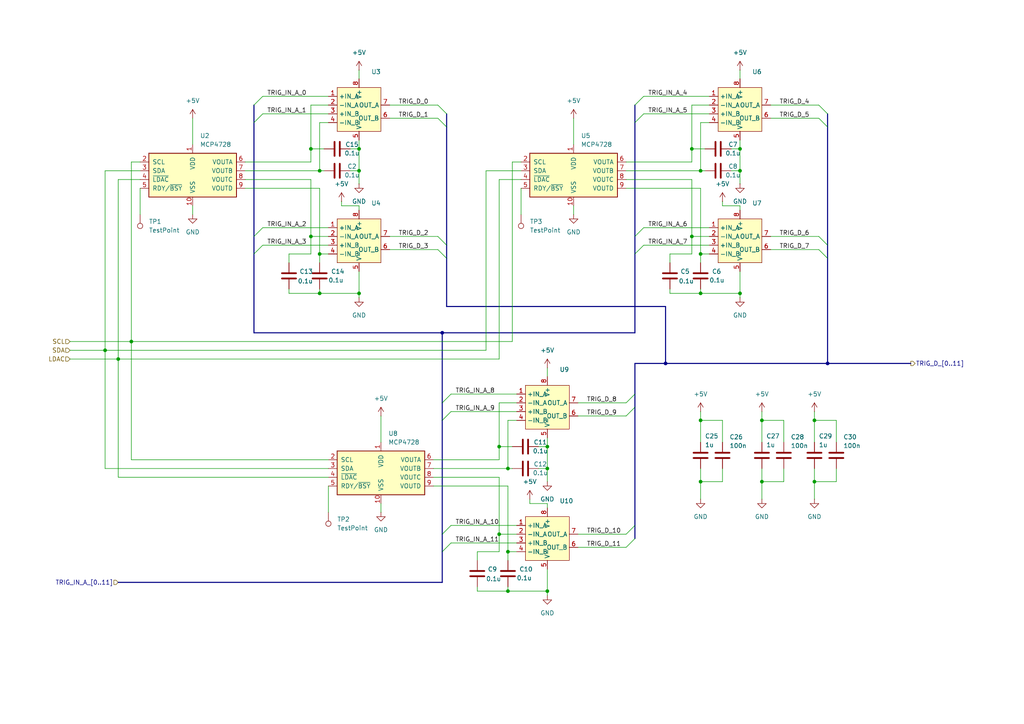
<source format=kicad_sch>
(kicad_sch (version 20250114) (generator "eeschema") (generator_version "9.0")
  (paper "A4")
  (lib_symbols
    (symbol "Analog_DAC:MCP4728" (pin_names (offset 1.016))
      (property "Reference" "U" (at -12.7 6.35 0))
      (property "Value" "MCP4728" (at 12.7 6.35 0))
      (symbol "MCP4728_0_1"
        (rectangle (start -12.7 5.08) (end 12.7 -7.62) (stroke (width 0.254)) (fill (type background)))
      )
      (symbol "MCP4728_1_1"
        (pin input line (at -15.24 2.54 0) (length 2.54) (name "SCL") (number "2"))
        (pin bidirectional line (at -15.24 0 0) (length 2.54) (name "SDA") (number "3"))
        (pin input line (at -15.24 -2.54 0) (length 2.54) (name "~{LDAC}") (number "4"))
        (pin output line (at -15.24 -5.08 0) (length 2.54) (name "RDY/~{BSY}") (number "5"))
        (pin power_in line (at 0 7.62 270) (length 2.54) (name "VDD") (number "1"))
        (pin power_in line (at 0 -10.16 90) (length 2.54) (name "VSS") (number "10"))
        (pin output line (at 15.24 2.54 180) (length 2.54) (name "VOUTA") (number "6"))
        (pin output line (at 15.24 0 180) (length 2.54) (name "VOUTB") (number "7"))
        (pin output line (at 15.24 -2.54 180) (length 2.54) (name "VOUTC") (number "8"))
        (pin output line (at 15.24 -5.08 180) (length 2.54) (name "VOUTD") (number "9"))
      )
    )
    (symbol "Connector:TestPoint" (pin_numbers (hide yes)) (pin_names (offset 0.762) (hide yes))
      (property "Reference" "TP" (at 0 6.858 0))
      (property "Value" "TestPoint" (at 0 5.08 0))
      (symbol "TestPoint_0_1"
        (circle (center 0 3.302) (radius 0.762))
      )
      (symbol "TestPoint_1_1"
        (pin passive line (at 0 0 90) (length 2.54) (name "1") (number "1"))
      )
    )
    (symbol "Device:C" (pin_numbers (hide yes)) (pin_names (offset 0.254))
      (property "Reference" "C" (at 0.635 2.54 0))
      (property "Value" "C" (at 0.635 -2.54 0))
      (symbol "C_0_1"
        (polyline (pts (xy -2.032 0.762) (xy 2.032 0.762)) (stroke (width 0.508)))
        (polyline (pts (xy -2.032 -0.762) (xy 2.032 -0.762)) (stroke (width 0.508)))
      )
      (symbol "C_1_1"
        (pin passive line (at 0 3.81 270) (length 2.794) (name "~") (number "1"))
        (pin passive line (at 0 -3.81 90) (length 2.794) (name "~") (number "2"))
      )
    )
    (symbol "TLV3502AIDR_1"
      (property "Reference" "U" (at 6.858 -8.382 0))
      (property "Value" "TLV3502AIDR" (at 8.89 -10.668 0))
      (symbol "TLV3502AIDR_1_1_1"
        (rectangle (start -6.35 6.35) (end 6.35 -6.35) (fill (type background)))
        (pin input line (at -8.89 3.81 0) (length 2.54) (name "+IN_A") (number "1"))
        (pin input line (at -8.89 1.27 0) (length 2.54) (name "-IN_A") (number "2"))
        (pin input line (at -8.89 -1.27 0) (length 2.54) (name "+IN_B") (number "3"))
        (pin input line (at -8.89 -3.81 0) (length 2.54) (name "-IN_B") (number "4"))
        (pin power_in line (at 0 8.89 270) (length 2.54) (name "V+") (number "8"))
        (pin power_in line (at 0 -8.89 90) (length 2.54) (name "V-") (number "5"))
        (pin output line (at 8.89 1.27 180) (length 2.54) (name "OUT_A") (number "7"))
        (pin output line (at 8.89 -2.54 180) (length 2.54) (name "OUT_B") (number "6"))
      )
    )
    (symbol "power:+5V" (power) (pin_numbers (hide yes)) (pin_names (offset 0) (hide yes))
      (property "Value" "+5V" (at 0 3.556 0))
      (symbol "+5V_0_1"
        (polyline (pts (xy -0.762 1.27) (xy 0 2.54)))
        (polyline (pts (xy 0 2.54) (xy 0.762 1.27)))
        (polyline (pts (xy 0 0) (xy 0 2.54)))
      )
      (symbol "+5V_1_1"
        (pin power_in line (at 0 0 90) (length 0) (name "~") (number "1"))
      )
    )
    (symbol "power:GND" (power) (pin_numbers (hide yes)) (pin_names (offset 0) (hide yes))
      (property "Value" "GND" (at 0 -3.81 0))
      (symbol "GND_0_1"
        (polyline (pts (xy 0 0) (xy 0 -1.27) (xy 1.27 -1.27) (xy 0 -2.54) (xy -1.27 -1.27) (xy 0 -1.27)))
      )
      (symbol "GND_1_1"
        (pin power_in line (at 0 0 270) (length 0) (name "~") (number "1"))
      )
    )
  )
  (junction (at 158.75 171.45))
  (junction (at 104.14 49.53))
  (junction (at 203.2 85.09))
  (junction (at 214.63 49.53))
  (junction (at 30.48 101.6))
  (junction (at 193.04 105.41))
  (junction (at 92.71 73.66))
  (junction (at 203.2 49.53))
  (junction (at 104.14 43.18))
  (junction (at 200.66 43.18))
  (junction (at 90.17 68.58))
  (junction (at 147.32 135.89))
  (junction (at 203.2 121.92))
  (junction (at 236.22 139.7))
  (junction (at 214.63 85.09))
  (junction (at 92.71 49.53))
  (junction (at 220.98 121.92))
  (junction (at 92.71 85.09))
  (junction (at 144.78 154.94))
  (junction (at 38.1 99.06))
  (junction (at 200.66 68.58))
  (junction (at 236.22 121.92))
  (junction (at 240.03 105.41))
  (junction (at 147.32 160.02))
  (junction (at 203.2 139.7))
  (junction (at 128.27 96.52))
  (junction (at 90.17 43.18))
  (junction (at 144.78 129.54))
  (junction (at 158.75 135.89))
  (junction (at 104.14 85.09))
  (junction (at 147.32 171.45))
  (junction (at 214.63 43.18))
  (junction (at 203.2 73.66))
  (junction (at 220.98 139.7))
  (junction (at 34.29 104.14))
  (junction (at 158.75 129.54))
  (bus_entry (at 128.27 116.84) (size 2.54 -2.54))
  (bus_entry (at 73.66 68.58) (size 2.54 -2.54))
  (bus_entry (at 73.66 30.48) (size 2.54 -2.54))
  (bus_entry (at 128.27 154.94) (size 2.54 -2.54))
  (bus_entry (at 181.61 154.94) (size 2.54 -2.54))
  (bus_entry (at 73.66 73.66) (size 2.54 -2.54))
  (bus_entry (at 237.49 34.29) (size 2.54 2.54))
  (bus_entry (at 237.49 30.48) (size 2.54 2.54))
  (bus_entry (at 181.61 158.75) (size 2.54 -2.54))
  (bus_entry (at 237.49 72.39) (size 2.54 2.54))
  (bus_entry (at 127 72.39) (size 2.54 2.54))
  (bus_entry (at 128.27 160.02) (size 2.54 -2.54))
  (bus_entry (at 184.15 35.56) (size 2.54 -2.54))
  (bus_entry (at 127 34.29) (size 2.54 2.54))
  (bus_entry (at 127 68.58) (size 2.54 2.54))
  (bus_entry (at 128.27 121.92) (size 2.54 -2.54))
  (bus_entry (at 73.66 35.56) (size 2.54 -2.54))
  (bus_entry (at 127 30.48) (size 2.54 2.54))
  (bus_entry (at 184.15 73.66) (size 2.54 -2.54))
  (bus_entry (at 237.49 68.58) (size 2.54 2.54))
  (bus_entry (at 181.61 116.84) (size 2.54 -2.54))
  (bus_entry (at 181.61 120.65) (size 2.54 -2.54))
  (bus_entry (at 184.15 30.48) (size 2.54 -2.54))
  (bus_entry (at 184.15 68.58) (size 2.54 -2.54))
  (wire (pts (xy 83.82 85.09) (xy 92.71 85.09)))
  (wire (pts (xy 167.64 120.65) (xy 181.61 120.65)))
  (wire (pts (xy 34.29 104.14) (xy 34.29 138.43)))
  (wire (pts (xy 20.32 101.6) (xy 30.48 101.6)))
  (wire (pts (xy 167.64 158.75) (xy 181.61 158.75)))
  (wire (pts (xy 99.06 59.69) (xy 104.14 59.69)))
  (wire (pts (xy 203.2 121.92) (xy 203.2 128.27)))
  (wire (pts (xy 214.63 20.32) (xy 214.63 22.86)))
  (wire (pts (xy 92.71 35.56) (xy 92.71 49.53)))
  (wire (pts (xy 95.25 140.97) (xy 95.25 148.59)))
  (wire (pts (xy 76.2 66.04) (xy 95.25 66.04)))
  (wire (pts (xy 95.25 73.66) (xy 92.71 73.66)))
  (wire (pts (xy 104.14 20.32) (xy 104.14 22.86)))
  (wire (pts (xy 110.49 146.05) (xy 110.49 148.59)))
  (wire (pts (xy 125.73 133.35) (xy 144.78 133.35)))
  (wire (pts (xy 90.17 52.07) (xy 71.12 52.07)))
  (bus (pts (xy 73.66 96.52) (xy 128.27 96.52)))
  (wire (pts (xy 144.78 129.54) (xy 148.59 129.54)))
  (wire (pts (xy 209.55 135.89) (xy 209.55 139.7)))
  (wire (pts (xy 110.49 120.65) (xy 110.49 128.27)))
  (wire (pts (xy 236.22 121.92) (xy 242.57 121.92)))
  (bus (pts (xy 128.27 96.52) (xy 184.15 96.52)))
  (wire (pts (xy 158.75 171.45) (xy 158.75 165.1)))
  (wire (pts (xy 203.2 121.92) (xy 209.55 121.92)))
  (bus (pts (xy 184.15 118.11) (xy 184.15 152.4)))
  (wire (pts (xy 104.14 59.69) (xy 104.14 60.96)))
  (bus (pts (xy 129.54 88.9) (xy 193.04 88.9)))
  (wire (pts (xy 20.32 99.06) (xy 38.1 99.06)))
  (wire (pts (xy 220.98 121.92) (xy 227.33 121.92)))
  (bus (pts (xy 184.15 152.4) (xy 184.15 156.21)))
  (wire (pts (xy 167.64 154.94) (xy 181.61 154.94)))
  (wire (pts (xy 104.14 53.34) (xy 104.14 49.53)))
  (wire (pts (xy 95.25 30.48) (xy 90.17 30.48)))
  (wire (pts (xy 223.52 34.29) (xy 237.49 34.29)))
  (bus (pts (xy 128.27 160.02) (xy 128.27 168.91)))
  (wire (pts (xy 242.57 135.89) (xy 242.57 139.7)))
  (bus (pts (xy 184.15 35.56) (xy 184.15 68.58)))
  (wire (pts (xy 83.82 83.82) (xy 83.82 85.09)))
  (wire (pts (xy 104.14 85.09) (xy 104.14 86.36)))
  (wire (pts (xy 209.55 58.42) (xy 209.55 59.69)))
  (wire (pts (xy 130.81 114.3) (xy 149.86 114.3)))
  (wire (pts (xy 92.71 54.61) (xy 71.12 54.61)))
  (wire (pts (xy 104.14 43.18) (xy 104.14 49.53)))
  (wire (pts (xy 194.31 73.66) (xy 194.31 76.2)))
  (wire (pts (xy 236.22 135.89) (xy 236.22 139.7)))
  (bus (pts (xy 193.04 105.41) (xy 240.03 105.41)))
  (wire (pts (xy 113.03 34.29) (xy 127 34.29)))
  (wire (pts (xy 147.32 135.89) (xy 148.59 135.89)))
  (wire (pts (xy 153.67 146.05) (xy 158.75 146.05)))
  (wire (pts (xy 90.17 73.66) (xy 83.82 73.66)))
  (wire (pts (xy 151.13 52.07) (xy 144.78 52.07)))
  (wire (pts (xy 38.1 133.35) (xy 95.25 133.35)))
  (wire (pts (xy 205.74 68.58) (xy 200.66 68.58)))
  (bus (pts (xy 73.66 68.58) (xy 73.66 73.66)))
  (wire (pts (xy 71.12 46.99) (xy 90.17 46.99)))
  (wire (pts (xy 200.66 52.07) (xy 181.61 52.07)))
  (wire (pts (xy 214.63 43.18) (xy 214.63 49.53)))
  (wire (pts (xy 220.98 119.38) (xy 220.98 121.92)))
  (wire (pts (xy 113.03 68.58) (xy 127 68.58)))
  (wire (pts (xy 223.52 68.58) (xy 237.49 68.58)))
  (bus (pts (xy 193.04 88.9) (xy 193.04 105.41)))
  (wire (pts (xy 138.43 171.45) (xy 147.32 171.45)))
  (bus (pts (xy 128.27 121.92) (xy 128.27 154.94)))
  (wire (pts (xy 236.22 121.92) (xy 236.22 128.27)))
  (wire (pts (xy 147.32 170.18) (xy 147.32 171.45)))
  (wire (pts (xy 200.66 43.18) (xy 204.47 43.18)))
  (wire (pts (xy 200.66 43.18) (xy 200.66 46.99)))
  (wire (pts (xy 227.33 139.7) (xy 220.98 139.7)))
  (wire (pts (xy 55.88 59.69) (xy 55.88 62.23)))
  (wire (pts (xy 205.74 30.48) (xy 200.66 30.48)))
  (wire (pts (xy 147.32 171.45) (xy 158.75 171.45)))
  (wire (pts (xy 95.25 35.56) (xy 92.71 35.56)))
  (wire (pts (xy 203.2 54.61) (xy 181.61 54.61)))
  (bus (pts (xy 128.27 116.84) (xy 128.27 96.52)))
  (wire (pts (xy 223.52 72.39) (xy 237.49 72.39)))
  (wire (pts (xy 144.78 154.94) (xy 144.78 160.02)))
  (wire (pts (xy 151.13 46.99) (xy 148.59 46.99)))
  (wire (pts (xy 76.2 71.12) (xy 95.25 71.12)))
  (wire (pts (xy 38.1 46.99) (xy 38.1 99.06)))
  (wire (pts (xy 242.57 121.92) (xy 242.57 128.27)))
  (wire (pts (xy 92.71 49.53) (xy 93.98 49.53)))
  (wire (pts (xy 156.21 135.89) (xy 158.75 135.89)))
  (bus (pts (xy 240.03 71.12) (xy 240.03 74.93)))
  (wire (pts (xy 113.03 30.48) (xy 127 30.48)))
  (wire (pts (xy 200.66 68.58) (xy 200.66 73.66)))
  (wire (pts (xy 214.63 85.09) (xy 214.63 86.36)))
  (wire (pts (xy 149.86 116.84) (xy 144.78 116.84)))
  (wire (pts (xy 227.33 121.92) (xy 227.33 128.27)))
  (wire (pts (xy 40.64 54.61) (xy 40.64 62.23)))
  (bus (pts (xy 128.27 116.84) (xy 128.27 121.92)))
  (wire (pts (xy 90.17 30.48) (xy 90.17 43.18)))
  (bus (pts (xy 128.27 154.94) (xy 128.27 160.02)))
  (wire (pts (xy 40.64 52.07) (xy 34.29 52.07)))
  (wire (pts (xy 130.81 152.4) (xy 149.86 152.4)))
  (wire (pts (xy 205.74 73.66) (xy 203.2 73.66)))
  (wire (pts (xy 156.21 129.54) (xy 158.75 129.54)))
  (bus (pts (xy 240.03 33.02) (xy 240.03 36.83)))
  (wire (pts (xy 158.75 171.45) (xy 158.75 172.72)))
  (wire (pts (xy 30.48 135.89) (xy 95.25 135.89)))
  (wire (pts (xy 186.69 27.94) (xy 205.74 27.94)))
  (wire (pts (xy 90.17 68.58) (xy 90.17 52.07)))
  (wire (pts (xy 200.66 68.58) (xy 200.66 52.07)))
  (wire (pts (xy 92.71 83.82) (xy 92.71 85.09)))
  (wire (pts (xy 130.81 119.38) (xy 149.86 119.38)))
  (wire (pts (xy 148.59 46.99) (xy 148.59 99.06)))
  (wire (pts (xy 214.63 85.09) (xy 214.63 78.74)))
  (wire (pts (xy 101.6 43.18) (xy 104.14 43.18)))
  (wire (pts (xy 158.75 127) (xy 158.75 129.54)))
  (wire (pts (xy 113.03 72.39) (xy 127 72.39)))
  (wire (pts (xy 186.69 71.12) (xy 205.74 71.12)))
  (wire (pts (xy 200.66 30.48) (xy 200.66 43.18)))
  (bus (pts (xy 129.54 71.12) (xy 129.54 74.93)))
  (wire (pts (xy 144.78 154.94) (xy 144.78 138.43)))
  (wire (pts (xy 99.06 58.42) (xy 99.06 59.69)))
  (wire (pts (xy 83.82 73.66) (xy 83.82 76.2)))
  (wire (pts (xy 212.09 43.18) (xy 214.63 43.18)))
  (bus (pts (xy 34.29 168.91) (xy 128.27 168.91)))
  (wire (pts (xy 147.32 160.02) (xy 147.32 140.97)))
  (wire (pts (xy 220.98 139.7) (xy 220.98 144.78)))
  (wire (pts (xy 34.29 104.14) (xy 144.78 104.14)))
  (wire (pts (xy 92.71 73.66) (xy 92.71 76.2)))
  (wire (pts (xy 144.78 52.07) (xy 144.78 104.14)))
  (wire (pts (xy 130.81 157.48) (xy 149.86 157.48)))
  (wire (pts (xy 144.78 129.54) (xy 144.78 133.35)))
  (wire (pts (xy 151.13 49.53) (xy 140.97 49.53)))
  (wire (pts (xy 40.64 49.53) (xy 30.48 49.53)))
  (wire (pts (xy 92.71 49.53) (xy 71.12 49.53)))
  (wire (pts (xy 205.74 35.56) (xy 203.2 35.56)))
  (bus (pts (xy 184.15 114.3) (xy 184.15 105.41)))
  (wire (pts (xy 147.32 135.89) (xy 125.73 135.89)))
  (wire (pts (xy 203.2 119.38) (xy 203.2 121.92)))
  (wire (pts (xy 158.75 139.7) (xy 158.75 135.89)))
  (wire (pts (xy 214.63 59.69) (xy 214.63 60.96)))
  (wire (pts (xy 38.1 99.06) (xy 148.59 99.06)))
  (wire (pts (xy 200.66 73.66) (xy 194.31 73.66)))
  (wire (pts (xy 220.98 121.92) (xy 220.98 128.27)))
  (wire (pts (xy 209.55 121.92) (xy 209.55 128.27)))
  (wire (pts (xy 203.2 73.66) (xy 203.2 54.61)))
  (wire (pts (xy 76.2 27.94) (xy 95.25 27.94)))
  (wire (pts (xy 203.2 83.82) (xy 203.2 85.09)))
  (wire (pts (xy 194.31 83.82) (xy 194.31 85.09)))
  (wire (pts (xy 227.33 135.89) (xy 227.33 139.7)))
  (wire (pts (xy 20.32 104.14) (xy 34.29 104.14)))
  (wire (pts (xy 223.52 30.48) (xy 237.49 30.48)))
  (wire (pts (xy 149.86 154.94) (xy 144.78 154.94)))
  (wire (pts (xy 203.2 139.7) (xy 203.2 144.78)))
  (wire (pts (xy 158.75 106.68) (xy 158.75 109.22)))
  (wire (pts (xy 147.32 121.92) (xy 147.32 135.89)))
  (wire (pts (xy 236.22 119.38) (xy 236.22 121.92)))
  (wire (pts (xy 166.37 59.69) (xy 166.37 62.23)))
  (wire (pts (xy 34.29 52.07) (xy 34.29 104.14)))
  (wire (pts (xy 40.64 46.99) (xy 38.1 46.99)))
  (bus (pts (xy 240.03 105.41) (xy 264.16 105.41)))
  (wire (pts (xy 203.2 135.89) (xy 203.2 139.7)))
  (wire (pts (xy 90.17 68.58) (xy 90.17 73.66)))
  (wire (pts (xy 242.57 139.7) (xy 236.22 139.7)))
  (wire (pts (xy 203.2 49.53) (xy 204.47 49.53)))
  (wire (pts (xy 90.17 43.18) (xy 90.17 46.99)))
  (wire (pts (xy 144.78 116.84) (xy 144.78 129.54)))
  (wire (pts (xy 92.71 85.09) (xy 104.14 85.09)))
  (wire (pts (xy 203.2 85.09) (xy 214.63 85.09)))
  (wire (pts (xy 147.32 140.97) (xy 125.73 140.97)))
  (wire (pts (xy 236.22 139.7) (xy 236.22 144.78)))
  (wire (pts (xy 209.55 59.69) (xy 214.63 59.69)))
  (wire (pts (xy 30.48 49.53) (xy 30.48 101.6)))
  (wire (pts (xy 92.71 73.66) (xy 92.71 54.61)))
  (wire (pts (xy 203.2 49.53) (xy 181.61 49.53)))
  (wire (pts (xy 55.88 34.29) (xy 55.88 41.91)))
  (wire (pts (xy 144.78 160.02) (xy 138.43 160.02)))
  (wire (pts (xy 149.86 121.92) (xy 147.32 121.92)))
  (wire (pts (xy 167.64 116.84) (xy 181.61 116.84)))
  (wire (pts (xy 151.13 54.61) (xy 151.13 62.23)))
  (bus (pts (xy 73.66 96.52) (xy 73.66 73.66)))
  (bus (pts (xy 129.54 74.93) (xy 129.54 88.9)))
  (bus (pts (xy 184.15 118.11) (xy 184.15 114.3)))
  (wire (pts (xy 95.25 68.58) (xy 90.17 68.58)))
  (wire (pts (xy 158.75 146.05) (xy 158.75 147.32)))
  (wire (pts (xy 212.09 49.53) (xy 214.63 49.53)))
  (wire (pts (xy 186.69 66.04) (xy 205.74 66.04)))
  (wire (pts (xy 138.43 160.02) (xy 138.43 162.56)))
  (wire (pts (xy 104.14 40.64) (xy 104.14 43.18)))
  (wire (pts (xy 214.63 53.34) (xy 214.63 49.53)))
  (wire (pts (xy 144.78 138.43) (xy 125.73 138.43)))
  (wire (pts (xy 147.32 160.02) (xy 147.32 162.56)))
  (wire (pts (xy 158.75 129.54) (xy 158.75 135.89)))
  (wire (pts (xy 30.48 101.6) (xy 30.48 135.89)))
  (wire (pts (xy 104.14 85.09) (xy 104.14 78.74)))
  (wire (pts (xy 34.29 138.43) (xy 95.25 138.43)))
  (wire (pts (xy 214.63 40.64) (xy 214.63 43.18)))
  (wire (pts (xy 30.48 101.6) (xy 140.97 101.6)))
  (wire (pts (xy 140.97 49.53) (xy 140.97 101.6)))
  (wire (pts (xy 153.67 144.78) (xy 153.67 146.05)))
  (wire (pts (xy 220.98 135.89) (xy 220.98 139.7)))
  (wire (pts (xy 203.2 35.56) (xy 203.2 49.53)))
  (bus (pts (xy 73.66 35.56) (xy 73.66 68.58)))
  (wire (pts (xy 76.2 33.02) (xy 95.25 33.02)))
  (wire (pts (xy 181.61 46.99) (xy 200.66 46.99)))
  (wire (pts (xy 138.43 170.18) (xy 138.43 171.45)))
  (bus (pts (xy 184.15 68.58) (xy 184.15 73.66)))
  (wire (pts (xy 194.31 85.09) (xy 203.2 85.09)))
  (bus (pts (xy 240.03 36.83) (xy 240.03 71.12)))
  (bus (pts (xy 129.54 36.83) (xy 129.54 71.12)))
  (wire (pts (xy 101.6 49.53) (xy 104.14 49.53)))
  (bus (pts (xy 184.15 96.52) (xy 184.15 73.66)))
  (wire (pts (xy 90.17 43.18) (xy 93.98 43.18)))
  (wire (pts (xy 209.55 139.7) (xy 203.2 139.7)))
  (bus (pts (xy 129.54 33.02) (xy 129.54 36.83)))
  (wire (pts (xy 149.86 160.02) (xy 147.32 160.02)))
  (bus (pts (xy 73.66 30.48) (xy 73.66 35.56)))
  (wire (pts (xy 203.2 73.66) (xy 203.2 76.2)))
  (bus (pts (xy 184.15 105.41) (xy 193.04 105.41)))
  (wire (pts (xy 38.1 99.06) (xy 38.1 133.35)))
  (bus (pts (xy 184.15 30.48) (xy 184.15 35.56)))
  (wire (pts (xy 186.69 33.02) (xy 205.74 33.02)))
  (bus (pts (xy 240.03 74.93) (xy 240.03 105.41)))
  (wire (pts (xy 166.37 34.29) (xy 166.37 41.91)))
  (label "TRIG_D_5" (at 226.06 34.29 0))
  (label "TRIG_D_1" (at 115.57 34.29 0))
  (label "TRIG_IN_A_8" (at 132.08 114.3 0))
  (label "TRIG_D_3" (at 115.57 72.39 0))
  (label "TRIG_D_6" (at 226.06 68.58 0))
  (label "TRIG_IN_A_9" (at 132.08 119.38 0))
  (label "TRIG_D_7" (at 226.06 72.39 0))
  (label "TRIG_D_8" (at 170.18 116.84 0))
  (label "TRIG_IN_A_5" (at 187.96 33.02 0))
  (label "TRIG_IN_A_4" (at 187.96 27.94 0))
  (label "TRIG_IN_A_3" (at 77.47 71.12 0))
  (label "TRIG_IN_A_10" (at 132.08 152.4 0))
  (label "TRIG_IN_A_11" (at 132.08 157.48 0))
  (label "TRIG_IN_A_2" (at 77.47 66.04 0))
  (label "TRIG_IN_A_6" (at 187.96 66.04 0))
  (label "TRIG_D_2" (at 115.57 68.58 0))
  (label "TRIG_D_10" (at 170.18 154.94 0))
  (label "TRIG_D_0" (at 115.57 30.48 0))
  (label "TRIG_D_9" (at 170.18 120.65 0))
  (label "TRIG_D_4" (at 226.06 30.48 0))
  (label "TRIG_IN_A_1" (at 77.47 33.02 0))
  (label "TRIG_IN_A_0" (at 77.47 27.94 0))
  (label "TRIG_D_11" (at 170.18 158.75 0))
  (label "TRIG_IN_A_7" (at 187.96 71.12 0))
  (hierarchical_label "TRIG_IN_A_[0..11]" (shape input) (at 34.29 168.91 180))
  (hierarchical_label "LDAC" (shape input) (at 20.32 104.14 180))
  (hierarchical_label "SDA" (shape input) (at 20.32 101.6 180))
  (hierarchical_label "SCL" (shape input) (at 20.32 99.06 180))
  (hierarchical_label "TRIG_D_[0..11]" (shape output) (at 264.16 105.41 0))
  (symbol (lib_id "power:+5V") (at 203.2 119.38 0) (unit 1)
    (property "Reference" "#PWR050" (effects (hide yes)))
    (property "Value" "+5V" (at 203.2 114.3 0))
    (property "Description" "Power symbol creates a global label with name \"+5V\"" (effects (hide yes)))
  )
  (symbol (lib_id "power:GND") (at 158.75 139.7 0) (unit 1)
    (property "Reference" "#PWR027" (effects (hide yes)))
    (property "Value" "GND" (at 158.75 144.78 0))
    (property "Description" "Power symbol creates a global label with name \"GND\" , ground" (effects (hide yes)))
  )
  (symbol (lib_id "power:GND") (at 55.88 62.23 0) (unit 1)
    (property "Reference" "#PWR030" (effects (hide yes)))
    (property "Value" "GND" (at 55.88 67.31 0))
    (property "Description" "Power symbol creates a global label with name \"GND\" , ground" (effects (hide yes)))
  )
  (symbol (lib_name "TLV3502AIDR_1") (lib_id "tlv3502aidr:TLV3502AIDR") (at 158.75 118.11 0) (unit 1)
    (property "Reference" "U9" (at 162.306 107.188 0) (effects (justify left)))
    (property "Value" "TLV3502AIDR" (effects (hide yes)))
  )
  (symbol (lib_id "power:+5V") (at 236.22 119.38 0) (unit 1)
    (property "Reference" "#PWR054" (effects (hide yes)))
    (property "Value" "+5V" (at 236.22 114.3 0))
    (property "Description" "Power symbol creates a global label with name \"+5V\"" (effects (hide yes)))
  )
  (symbol (lib_id "Device:C") (at 83.82 80.01 0) (unit 1)
    (property "Reference" "C13" (at 86.868 78.74 0) (effects (justify left)))
    (property "Value" "0.1u" (at 86.36 81.534 0) (effects (justify left)))
    (property "Description" "Unpolarized capacitor" (effects (hide yes)))
  )
  (symbol (lib_id "power:GND") (at 110.49 148.59 0) (unit 1)
    (property "Reference" "#PWR024" (effects (hide yes)))
    (property "Value" "GND" (at 110.49 153.67 0))
    (property "Description" "Power symbol creates a global label with name \"GND\" , ground" (effects (hide yes)))
  )
  (symbol (lib_id "Connector:TestPoint") (at 40.64 62.23 180) (unit 1)
    (property "Reference" "TP1" (at 43.18 64.2619 0) (effects (justify right)))
    (property "Value" "TestPoint" (at 43.18 66.8019 0) (effects (justify right)))
    (property "Description" "test point" (effects (hide yes)))
  )
  (symbol (lib_id "power:GND") (at 236.22 144.78 0) (unit 1)
    (property "Reference" "#PWR055" (effects (hide yes)))
    (property "Value" "GND" (at 236.22 149.86 0))
    (property "Description" "Power symbol creates a global label with name \"GND\" , ground" (effects (hide yes)))
  )
  (symbol (lib_id "Device:C") (at 97.79 49.53 270) (unit 1)
    (property "Reference" "C2" (at 102.108 48.26 90))
    (property "Value" "0.1u" (at 102.108 50.8 90))
    (property "Description" "Unpolarized capacitor" (effects (hide yes)))
  )
  (symbol (lib_id "Device:C") (at 138.43 166.37 0) (unit 1)
    (property "Reference" "C9" (at 141.478 165.1 0) (effects (justify left)))
    (property "Value" "0.1u" (at 140.97 167.894 0) (effects (justify left)))
    (property "Description" "Unpolarized capacitor" (effects (hide yes)))
  )
  (symbol (lib_id "Device:C") (at 242.57 132.08 0) (unit 1)
    (property "Reference" "C30" (at 244.602 126.746 0) (effects (justify left)))
    (property "Value" "100n" (at 244.602 129.286 0) (effects (justify left)))
    (property "Description" "Unpolarized capacitor" (effects (hide yes)))
  )
  (symbol (lib_name "TLV3502AIDR_1") (lib_id "tlv3502aidr:TLV3502AIDR") (at 104.14 69.85 0) (unit 1)
    (property "Reference" "U4" (at 107.696 58.928 0) (effects (justify left)))
    (property "Value" "TLV3502AIDR" (effects (hide yes)))
  )
  (symbol (lib_name "TLV3502AIDR_1") (lib_id "tlv3502aidr:TLV3502AIDR") (at 104.14 31.75 0) (unit 1)
    (property "Reference" "U3" (at 107.696 20.828 0) (effects (justify left)))
    (property "Value" "TLV3502AIDR" (effects (hide yes)))
  )
  (symbol (lib_id "Device:C") (at 203.2 132.08 0) (unit 1)
    (property "Reference" "C25" (at 204.47 126.492 0) (effects (justify left)))
    (property "Value" "1u" (at 204.47 129.032 0) (effects (justify left)))
    (property "Description" "Unpolarized capacitor" (effects (hide yes)))
  )
  (symbol (lib_id "Device:C") (at 236.22 132.08 0) (unit 1)
    (property "Reference" "C29" (at 237.49 126.492 0) (effects (justify left)))
    (property "Value" "1u" (at 237.49 129.032 0) (effects (justify left)))
    (property "Description" "Unpolarized capacitor" (effects (hide yes)))
  )
  (symbol (lib_id "power:+5V") (at 209.55 58.42 0) (unit 1)
    (property "Reference" "#PWR019" (effects (hide yes)))
    (property "Value" "+5V" (at 209.55 53.34 0))
    (property "Description" "Power symbol creates a global label with name \"+5V\"" (effects (hide yes)))
  )
  (symbol (lib_id "Device:C") (at 194.31 80.01 0) (unit 1)
    (property "Reference" "C5" (at 197.358 78.74 0) (effects (justify left)))
    (property "Value" "0.1u" (at 196.85 81.534 0) (effects (justify left)))
    (property "Description" "Unpolarized capacitor" (effects (hide yes)))
  )
  (symbol (lib_id "Connector:TestPoint") (at 95.25 148.59 180) (unit 1)
    (property "Reference" "TP2" (at 97.79 150.6219 0) (effects (justify right)))
    (property "Value" "TestPoint" (at 97.79 153.1619 0) (effects (justify right)))
    (property "Description" "test point" (effects (hide yes)))
  )
  (symbol (lib_id "Device:C") (at 209.55 132.08 0) (unit 1)
    (property "Reference" "C26" (at 211.582 126.746 0) (effects (justify left)))
    (property "Value" "100n" (at 211.582 129.286 0) (effects (justify left)))
    (property "Description" "Unpolarized capacitor" (effects (hide yes)))
  )
  (symbol (lib_id "Analog_DAC:MCP4728") (at 166.37 49.53 0) (unit 1)
    (property "Reference" "U5" (at 168.5133 39.37 0) (effects (justify left)))
    (property "Value" "MCP4728" (at 168.5133 41.91 0) (effects (justify left)))
    (property "Footprint" "Package_SO:MSOP-10_3x3mm_P0.5mm" (effects (hide yes)))
    (property "Datasheet" "http://ww1.microchip.com/downloads/en/DeviceDoc/22187E.pdf" (effects (hide yes)))
    (property "Description" "12-bit digital to analog converter, quad output, 2.048V internal reference, integrated EEPROM, I2C interface" (effects (hide yes)))
  )
  (symbol (lib_name "TLV3502AIDR_1") (lib_id "tlv3502aidr:TLV3502AIDR") (at 158.75 156.21 0) (unit 1)
    (property "Reference" "U10" (at 162.306 145.288 0) (effects (justify left)))
    (property "Value" "TLV3502AIDR" (effects (hide yes)))
  )
  (symbol (lib_id "power:GND") (at 104.14 53.34 0) (unit 1)
    (property "Reference" "#PWR033" (effects (hide yes)))
    (property "Value" "GND" (at 104.14 58.42 0))
    (property "Description" "Power symbol creates a global label with name \"GND\" , ground" (effects (hide yes)))
  )
  (symbol (lib_id "power:GND") (at 214.63 53.34 0) (unit 1)
    (property "Reference" "#PWR021" (effects (hide yes)))
    (property "Value" "GND" (at 214.63 58.42 0))
    (property "Description" "Power symbol creates a global label with name \"GND\" , ground" (effects (hide yes)))
  )
  (symbol (lib_id "power:+5V") (at 55.88 34.29 0) (unit 1)
    (property "Reference" "#PWR029" (effects (hide yes)))
    (property "Value" "+5V" (at 55.88 29.21 0))
    (property "Description" "Power symbol creates a global label with name \"+5V\"" (effects (hide yes)))
  )
  (symbol (lib_id "power:+5V") (at 99.06 58.42 0) (unit 1)
    (property "Reference" "#PWR015" (effects (hide yes)))
    (property "Value" "+5V" (at 99.06 53.34 0))
    (property "Description" "Power symbol creates a global label with name \"+5V\"" (effects (hide yes)))
  )
  (symbol (lib_id "Connector:TestPoint") (at 151.13 62.23 180) (unit 1)
    (property "Reference" "TP3" (at 153.67 64.2619 0) (effects (justify right)))
    (property "Value" "TestPoint" (at 153.67 66.8019 0) (effects (justify right)))
    (property "Description" "test point" (effects (hide yes)))
  )
  (symbol (lib_id "power:+5V") (at 153.67 144.78 0) (unit 1)
    (property "Reference" "#PWR025" (effects (hide yes)))
    (property "Value" "+5V" (at 153.67 139.7 0))
    (property "Description" "Power symbol creates a global label with name \"+5V\"" (effects (hide yes)))
  )
  (symbol (lib_name "TLV3502AIDR_1") (lib_id "tlv3502aidr:TLV3502AIDR") (at 214.63 69.85 0) (unit 1)
    (property "Reference" "U7" (at 218.186 58.928 0) (effects (justify left)))
    (property "Value" "TLV3502AIDR" (effects (hide yes)))
  )
  (symbol (lib_id "power:GND") (at 203.2 144.78 0) (unit 1)
    (property "Reference" "#PWR051" (effects (hide yes)))
    (property "Value" "GND" (at 203.2 149.86 0))
    (property "Description" "Power symbol creates a global label with name \"GND\" , ground" (effects (hide yes)))
  )
  (symbol (lib_id "power:GND") (at 104.14 86.36 0) (unit 1)
    (property "Reference" "#PWR034" (effects (hide yes)))
    (property "Value" "GND" (at 104.14 91.44 0))
    (property "Description" "Power symbol creates a global label with name \"GND\" , ground" (effects (hide yes)))
  )
  (symbol (lib_id "Device:C") (at 147.32 166.37 0) (unit 1)
    (property "Reference" "C10" (at 150.622 165.1 0) (effects (justify left)))
    (property "Value" "0.1u" (at 149.86 167.64 0) (effects (justify left)))
    (property "Description" "Unpolarized capacitor" (effects (hide yes)))
  )
  (symbol (lib_name "TLV3502AIDR_1") (lib_id "tlv3502aidr:TLV3502AIDR") (at 214.63 31.75 0) (unit 1)
    (property "Reference" "U6" (at 218.186 20.828 0) (effects (justify left)))
    (property "Value" "TLV3502AIDR" (effects (hide yes)))
  )
  (symbol (lib_id "Device:C") (at 227.33 132.08 0) (unit 1)
    (property "Reference" "C28" (at 229.362 126.746 0) (effects (justify left)))
    (property "Value" "100n" (at 229.362 129.286 0) (effects (justify left)))
    (property "Description" "Unpolarized capacitor" (effects (hide yes)))
  )
  (symbol (lib_id "power:GND") (at 158.75 172.72 0) (unit 1)
    (property "Reference" "#PWR028" (effects (hide yes)))
    (property "Value" "GND" (at 158.75 177.8 0))
    (property "Description" "Power symbol creates a global label with name \"GND\" , ground" (effects (hide yes)))
  )
  (symbol (lib_id "Device:C") (at 208.28 43.18 270) (unit 1)
    (property "Reference" "C7" (at 212.598 41.91 90))
    (property "Value" "0.1u" (at 212.598 44.45 90))
    (property "Description" "Unpolarized capacitor" (effects (hide yes)))
  )
  (symbol (lib_id "Device:C") (at 152.4 129.54 270) (unit 1)
    (property "Reference" "C11" (at 156.718 128.27 90))
    (property "Value" "0.1u" (at 156.718 130.81 90))
    (property "Description" "Unpolarized capacitor" (effects (hide yes)))
  )
  (symbol (lib_id "power:GND") (at 166.37 62.23 0) (unit 1)
    (property "Reference" "#PWR018" (effects (hide yes)))
    (property "Value" "GND" (at 166.37 67.31 0))
    (property "Description" "Power symbol creates a global label with name \"GND\" , ground" (effects (hide yes)))
  )
  (symbol (lib_id "power:GND") (at 214.63 86.36 0) (unit 1)
    (property "Reference" "#PWR022" (effects (hide yes)))
    (property "Value" "GND" (at 214.63 91.44 0))
    (property "Description" "Power symbol creates a global label with name \"GND\" , ground" (effects (hide yes)))
  )
  (symbol (lib_id "Device:C") (at 97.79 43.18 270) (unit 1)
    (property "Reference" "C15" (at 102.108 41.91 90))
    (property "Value" "0.1u" (at 102.108 44.45 90))
    (property "Description" "Unpolarized capacitor" (effects (hide yes)))
  )
  (symbol (lib_id "power:+5V") (at 214.63 20.32 0) (unit 1)
    (property "Reference" "#PWR020" (effects (hide yes)))
    (property "Value" "+5V" (at 214.63 15.24 0))
    (property "Description" "Power symbol creates a global label with name \"+5V\"" (effects (hide yes)))
  )
  (symbol (lib_id "Device:C") (at 220.98 132.08 0) (unit 1)
    (property "Reference" "C27" (at 222.25 126.492 0) (effects (justify left)))
    (property "Value" "1u" (at 222.25 129.032 0) (effects (justify left)))
    (property "Description" "Unpolarized capacitor" (effects (hide yes)))
  )
  (symbol (lib_id "Device:C") (at 152.4 135.89 270) (unit 1)
    (property "Reference" "C12" (at 156.718 134.62 90))
    (property "Value" "0.1u" (at 156.718 137.16 90))
    (property "Description" "Unpolarized capacitor" (effects (hide yes)))
  )
  (symbol (lib_id "Device:C") (at 92.71 80.01 0) (unit 1)
    (property "Reference" "C14" (at 96.012 78.74 0) (effects (justify left)))
    (property "Value" "0.1u" (at 95.25 81.28 0) (effects (justify left)))
    (property "Description" "Unpolarized capacitor" (effects (hide yes)))
  )
  (symbol (lib_id "power:+5V") (at 220.98 119.38 0) (unit 1)
    (property "Reference" "#PWR052" (effects (hide yes)))
    (property "Value" "+5V" (at 220.98 114.3 0))
    (property "Description" "Power symbol creates a global label with name \"+5V\"" (effects (hide yes)))
  )
  (symbol (lib_id "power:+5V") (at 110.49 120.65 0) (unit 1)
    (property "Reference" "#PWR023" (effects (hide yes)))
    (property "Value" "+5V" (at 110.49 115.57 0))
    (property "Description" "Power symbol creates a global label with name \"+5V\"" (effects (hide yes)))
  )
  (symbol (lib_id "power:+5V") (at 166.37 34.29 0) (unit 1)
    (property "Reference" "#PWR017" (effects (hide yes)))
    (property "Value" "+5V" (at 166.37 29.21 0))
    (property "Description" "Power symbol creates a global label with name \"+5V\"" (effects (hide yes)))
  )
  (symbol (lib_id "Device:C") (at 203.2 80.01 0) (unit 1)
    (property "Reference" "C6" (at 206.502 78.74 0) (effects (justify left)))
    (property "Value" "0.1u" (at 205.74 81.28 0) (effects (justify left)))
    (property "Description" "Unpolarized capacitor" (effects (hide yes)))
  )
  (symbol (lib_id "power:GND") (at 220.98 144.78 0) (unit 1)
    (property "Reference" "#PWR053" (effects (hide yes)))
    (property "Value" "GND" (at 220.98 149.86 0))
    (property "Description" "Power symbol creates a global label with name \"GND\" , ground" (effects (hide yes)))
  )
  (symbol (lib_id "Analog_DAC:MCP4728") (at 55.88 49.53 0) (unit 1)
    (property "Reference" "U2" (at 58.0233 39.37 0) (effects (justify left)))
    (property "Value" "MCP4728" (at 58.0233 41.91 0) (effects (justify left)))
    (property "Footprint" "Package_SO:MSOP-10_3x3mm_P0.5mm" (effects (hide yes)))
    (property "Datasheet" "http://ww1.microchip.com/downloads/en/DeviceDoc/22187E.pdf" (effects (hide yes)))
    (property "Description" "12-bit digital to analog converter, quad output, 2.048V internal reference, integrated EEPROM, I2C interface" (effects (hide yes)))
  )
  (symbol (lib_id "Device:C") (at 208.28 49.53 270) (unit 1)
    (property "Reference" "C8" (at 212.598 48.26 90))
    (property "Value" "0.1u" (at 212.598 50.8 90))
    (property "Description" "Unpolarized capacitor" (effects (hide yes)))
  )
  (symbol (lib_id "power:+5V") (at 104.14 20.32 0) (unit 1)
    (property "Reference" "#PWR032" (effects (hide yes)))
    (property "Value" "+5V" (at 104.14 15.24 0))
    (property "Description" "Power symbol creates a global label with name \"+5V\"" (effects (hide yes)))
  )
  (symbol (lib_id "power:+5V") (at 158.75 106.68 0) (unit 1)
    (property "Reference" "#PWR026" (effects (hide yes)))
    (property "Value" "+5V" (at 158.75 101.6 0))
    (property "Description" "Power symbol creates a global label with name \"+5V\"" (effects (hide yes)))
  )
  (symbol (lib_id "Analog_DAC:MCP4728") (at 110.49 135.89 0) (unit 1)
    (property "Reference" "U8" (at 112.6333 125.73 0) (effects (justify left)))
    (property "Value" "MCP4728" (at 112.6333 128.27 0) (effects (justify left)))
    (property "Footprint" "Package_SO:MSOP-10_3x3mm_P0.5mm" (effects (hide yes)))
    (property "Datasheet" "http://ww1.microchip.com/downloads/en/DeviceDoc/22187E.pdf" (effects (hide yes)))
    (property "Description" "12-bit digital to analog converter, quad output, 2.048V internal reference, integrated EEPROM, I2C interface" (effects (hide yes)))
  )
)
</source>
